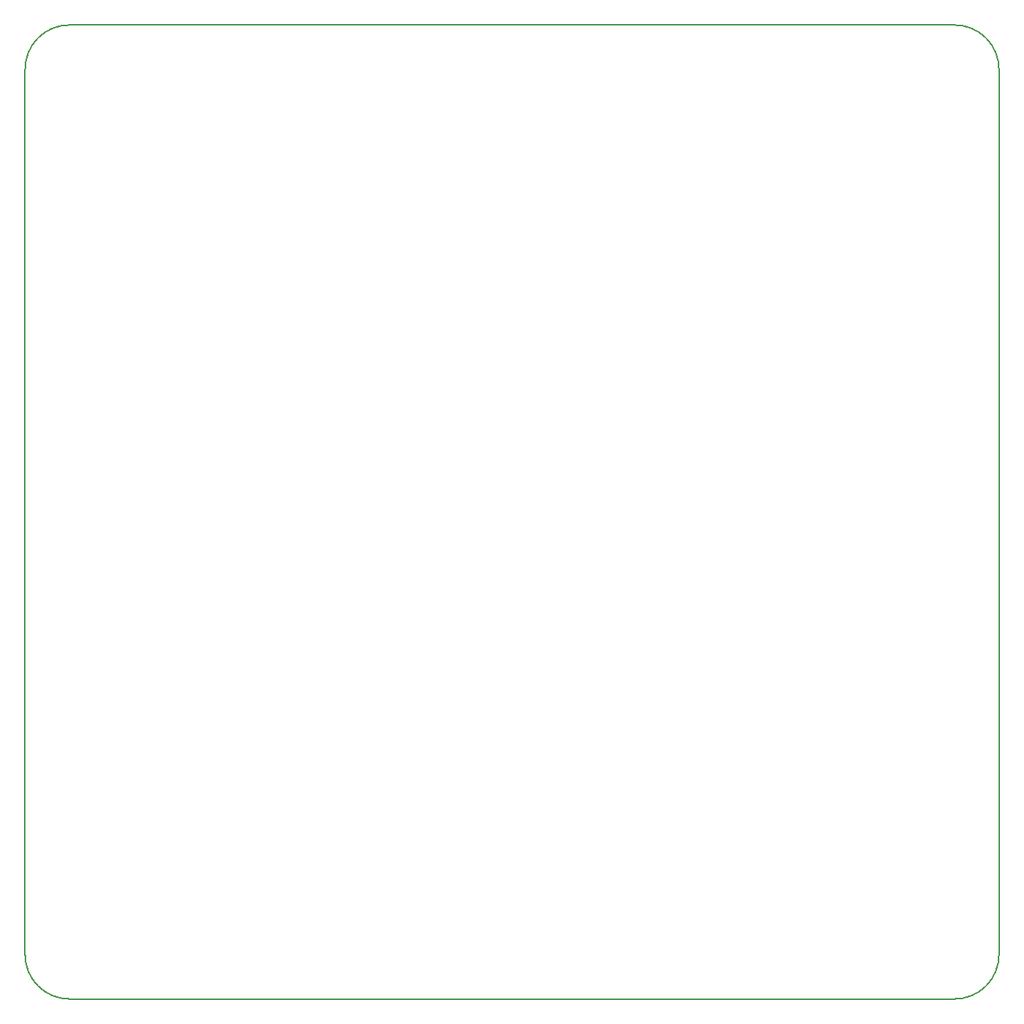
<source format=gm1>
G04 #@! TF.FileFunction,Profile,NP*
%FSLAX46Y46*%
G04 Gerber Fmt 4.6, Leading zero omitted, Abs format (unit mm)*
G04 Created by KiCad (PCBNEW 4.0.7) date 02/13/20 09:13:16*
%MOMM*%
%LPD*%
G01*
G04 APERTURE LIST*
%ADD10C,0.100000*%
%ADD11C,0.150000*%
G04 APERTURE END LIST*
D10*
D11*
X135400000Y-30400000D02*
X135400000Y-130400000D01*
X25400000Y-130400000D02*
G75*
G03X30400000Y-135400000I5000000J0D01*
G01*
X130400000Y-135400000D02*
G75*
G03X135400000Y-130400000I0J5000000D01*
G01*
X135400000Y-30400000D02*
G75*
G03X130400000Y-25400000I-5000000J0D01*
G01*
X30400000Y-25400000D02*
G75*
G03X25400000Y-30400000I0J-5000000D01*
G01*
X30400000Y-25400000D02*
X130400000Y-25400000D01*
X25400000Y-130400000D02*
X25400000Y-30400000D01*
X30400000Y-135400000D02*
X130400000Y-135400000D01*
M02*

</source>
